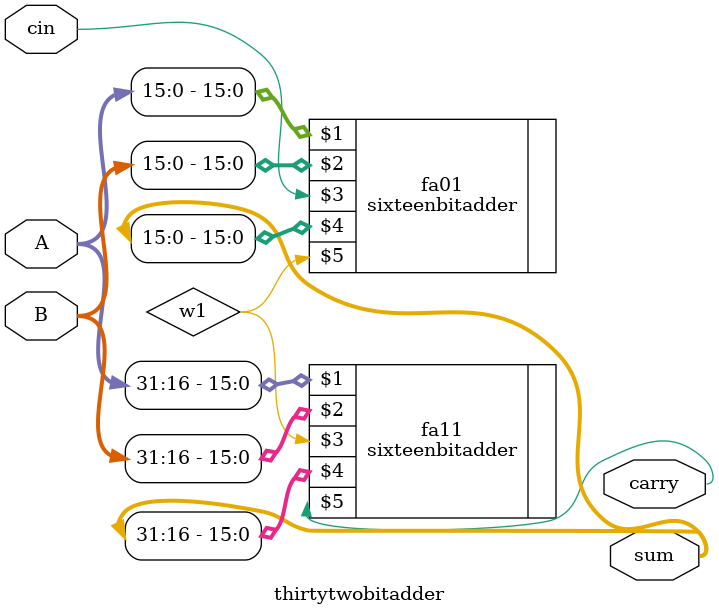
<source format=v>
`include "16bit_FA.v"
module thirtytwobitadder(A,B,cin,sum,carry);

input [31:0]A,B;input cin;
output [31:0] sum;output carry;
wire w1;

sixteenbitadder fa01(A[15:0],B[15:0],cin,sum[15:0],w1);
sixteenbitadder fa11(A[31:16],B[31:16],w1,sum[31:16],carry);

endmodule



</source>
